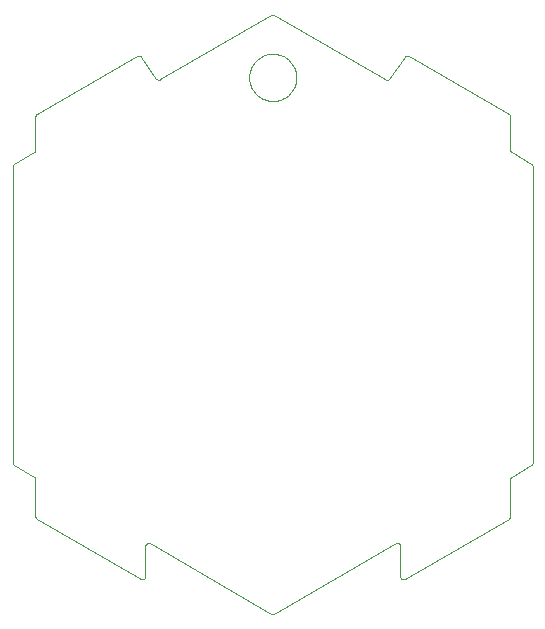
<source format=gko>
G75*
%MOIN*%
%OFA0B0*%
%FSLAX24Y24*%
%IPPOS*%
%LPD*%
%AMOC8*
5,1,8,0,0,1.08239X$1,22.5*
%
%ADD10C,0.0000*%
D10*
X000950Y003328D02*
X004410Y001330D01*
X004427Y001322D01*
X004446Y001318D01*
X004465Y001317D01*
X004484Y001320D01*
X004502Y001326D01*
X004518Y001336D01*
X004532Y001348D01*
X004544Y001363D01*
X004553Y001380D01*
X004558Y001398D01*
X004560Y001417D01*
X004560Y002431D01*
X004562Y002450D01*
X004567Y002468D01*
X004576Y002485D01*
X004588Y002500D01*
X004602Y002512D01*
X004618Y002522D01*
X004636Y002528D01*
X004655Y002531D01*
X004674Y002530D01*
X004693Y002525D01*
X004710Y002518D01*
X004710Y002517D02*
X008760Y000179D01*
X008760Y000178D02*
X008776Y000171D01*
X008793Y000167D01*
X008810Y000165D01*
X008827Y000167D01*
X008844Y000171D01*
X008860Y000178D01*
X008860Y000179D02*
X012911Y002517D01*
X012911Y002518D02*
X012928Y002526D01*
X012947Y002530D01*
X012966Y002531D01*
X012985Y002528D01*
X013003Y002522D01*
X013019Y002512D01*
X013033Y002500D01*
X013045Y002485D01*
X013054Y002468D01*
X013059Y002450D01*
X013061Y002431D01*
X013061Y001417D01*
X013063Y001398D01*
X013068Y001380D01*
X013077Y001363D01*
X013089Y001348D01*
X013103Y001336D01*
X013119Y001326D01*
X013137Y001320D01*
X013156Y001317D01*
X013175Y001318D01*
X013194Y001323D01*
X013211Y001330D01*
X016671Y003328D01*
X016721Y003415D02*
X016721Y004659D01*
X016723Y004676D01*
X016727Y004693D01*
X016734Y004709D01*
X016744Y004723D01*
X016757Y004736D01*
X016771Y004746D01*
X017421Y005121D01*
X017471Y005208D02*
X017471Y015092D01*
X017421Y015179D02*
X016771Y015554D01*
X016757Y015564D01*
X016744Y015577D01*
X016734Y015591D01*
X016727Y015607D01*
X016723Y015624D01*
X016721Y015641D01*
X016721Y016755D01*
X016671Y016842D02*
X013336Y018767D01*
X013336Y018768D02*
X013319Y018775D01*
X013301Y018780D01*
X013283Y018781D01*
X013264Y018779D01*
X013247Y018773D01*
X013230Y018764D01*
X013216Y018752D01*
X013204Y018738D01*
X012696Y018012D01*
X012696Y018013D02*
X012684Y017999D01*
X012670Y017987D01*
X012653Y017978D01*
X012636Y017972D01*
X012617Y017970D01*
X012599Y017971D01*
X012581Y017976D01*
X012564Y017983D01*
X008860Y020121D01*
X008760Y020121D02*
X005057Y017983D01*
X005040Y017976D01*
X005022Y017971D01*
X005004Y017970D01*
X004985Y017972D01*
X004968Y017978D01*
X004951Y017987D01*
X004937Y017999D01*
X004925Y018013D01*
X004925Y018012D02*
X004417Y018738D01*
X004405Y018752D01*
X004391Y018764D01*
X004374Y018773D01*
X004357Y018779D01*
X004338Y018781D01*
X004320Y018780D01*
X004302Y018775D01*
X004285Y018768D01*
X004285Y018767D02*
X000950Y016842D01*
X000936Y016832D01*
X000923Y016819D01*
X000913Y016805D01*
X000906Y016789D01*
X000902Y016772D01*
X000900Y016755D01*
X000900Y015641D01*
X000898Y015624D01*
X000894Y015607D01*
X000887Y015591D01*
X000877Y015577D01*
X000864Y015564D01*
X000850Y015554D01*
X000200Y015179D01*
X000186Y015169D01*
X000173Y015156D01*
X000163Y015142D01*
X000156Y015126D01*
X000152Y015109D01*
X000150Y015092D01*
X000150Y005208D01*
X000152Y005191D01*
X000156Y005174D01*
X000163Y005158D01*
X000173Y005144D01*
X000186Y005131D01*
X000200Y005121D01*
X000850Y004746D01*
X000900Y004659D02*
X000900Y003415D01*
X000902Y003398D01*
X000906Y003381D01*
X000913Y003365D01*
X000923Y003351D01*
X000936Y003338D01*
X000950Y003328D01*
X000900Y004659D02*
X000898Y004676D01*
X000894Y004693D01*
X000887Y004709D01*
X000877Y004723D01*
X000864Y004736D01*
X000850Y004746D01*
X008023Y018050D02*
X008025Y018106D01*
X008031Y018161D01*
X008041Y018215D01*
X008054Y018269D01*
X008072Y018322D01*
X008093Y018373D01*
X008117Y018423D01*
X008145Y018471D01*
X008177Y018517D01*
X008211Y018561D01*
X008249Y018602D01*
X008289Y018640D01*
X008332Y018675D01*
X008377Y018707D01*
X008425Y018736D01*
X008474Y018762D01*
X008525Y018784D01*
X008577Y018802D01*
X008631Y018816D01*
X008686Y018827D01*
X008741Y018834D01*
X008796Y018837D01*
X008852Y018836D01*
X008907Y018831D01*
X008962Y018822D01*
X009016Y018810D01*
X009069Y018793D01*
X009121Y018773D01*
X009171Y018749D01*
X009219Y018722D01*
X009266Y018692D01*
X009310Y018658D01*
X009352Y018621D01*
X009390Y018581D01*
X009427Y018539D01*
X009460Y018494D01*
X009489Y018448D01*
X009516Y018399D01*
X009538Y018348D01*
X009558Y018296D01*
X009573Y018242D01*
X009585Y018188D01*
X009593Y018133D01*
X009597Y018078D01*
X009597Y018022D01*
X009593Y017967D01*
X009585Y017912D01*
X009573Y017858D01*
X009558Y017804D01*
X009538Y017752D01*
X009516Y017701D01*
X009489Y017652D01*
X009460Y017606D01*
X009427Y017561D01*
X009390Y017519D01*
X009352Y017479D01*
X009310Y017442D01*
X009266Y017408D01*
X009219Y017378D01*
X009171Y017351D01*
X009121Y017327D01*
X009069Y017307D01*
X009016Y017290D01*
X008962Y017278D01*
X008907Y017269D01*
X008852Y017264D01*
X008796Y017263D01*
X008741Y017266D01*
X008686Y017273D01*
X008631Y017284D01*
X008577Y017298D01*
X008525Y017316D01*
X008474Y017338D01*
X008425Y017364D01*
X008377Y017393D01*
X008332Y017425D01*
X008289Y017460D01*
X008249Y017498D01*
X008211Y017539D01*
X008177Y017583D01*
X008145Y017629D01*
X008117Y017677D01*
X008093Y017727D01*
X008072Y017778D01*
X008054Y017831D01*
X008041Y017885D01*
X008031Y017939D01*
X008025Y017994D01*
X008023Y018050D01*
X008760Y020122D02*
X008776Y020129D01*
X008793Y020133D01*
X008810Y020135D01*
X008827Y020133D01*
X008844Y020129D01*
X008860Y020122D01*
X016671Y016842D02*
X016685Y016832D01*
X016698Y016819D01*
X016708Y016805D01*
X016715Y016789D01*
X016719Y016772D01*
X016721Y016755D01*
X017421Y015179D02*
X017435Y015169D01*
X017448Y015156D01*
X017458Y015142D01*
X017465Y015126D01*
X017469Y015109D01*
X017471Y015092D01*
X017471Y005208D02*
X017469Y005191D01*
X017465Y005174D01*
X017458Y005158D01*
X017448Y005144D01*
X017435Y005131D01*
X017421Y005121D01*
X016721Y003415D02*
X016719Y003398D01*
X016715Y003381D01*
X016708Y003365D01*
X016698Y003351D01*
X016685Y003338D01*
X016671Y003328D01*
M02*

</source>
